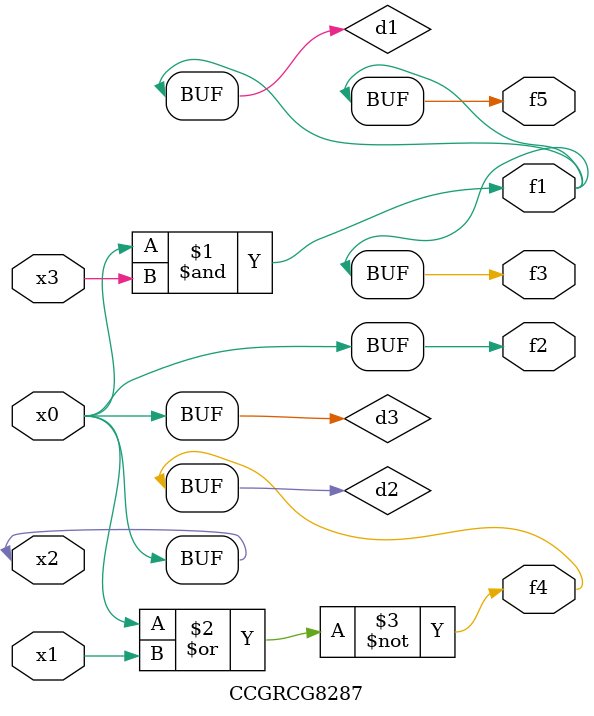
<source format=v>
module CCGRCG8287(
	input x0, x1, x2, x3,
	output f1, f2, f3, f4, f5
);

	wire d1, d2, d3;

	and (d1, x2, x3);
	nor (d2, x0, x1);
	buf (d3, x0, x2);
	assign f1 = d1;
	assign f2 = d3;
	assign f3 = d1;
	assign f4 = d2;
	assign f5 = d1;
endmodule

</source>
